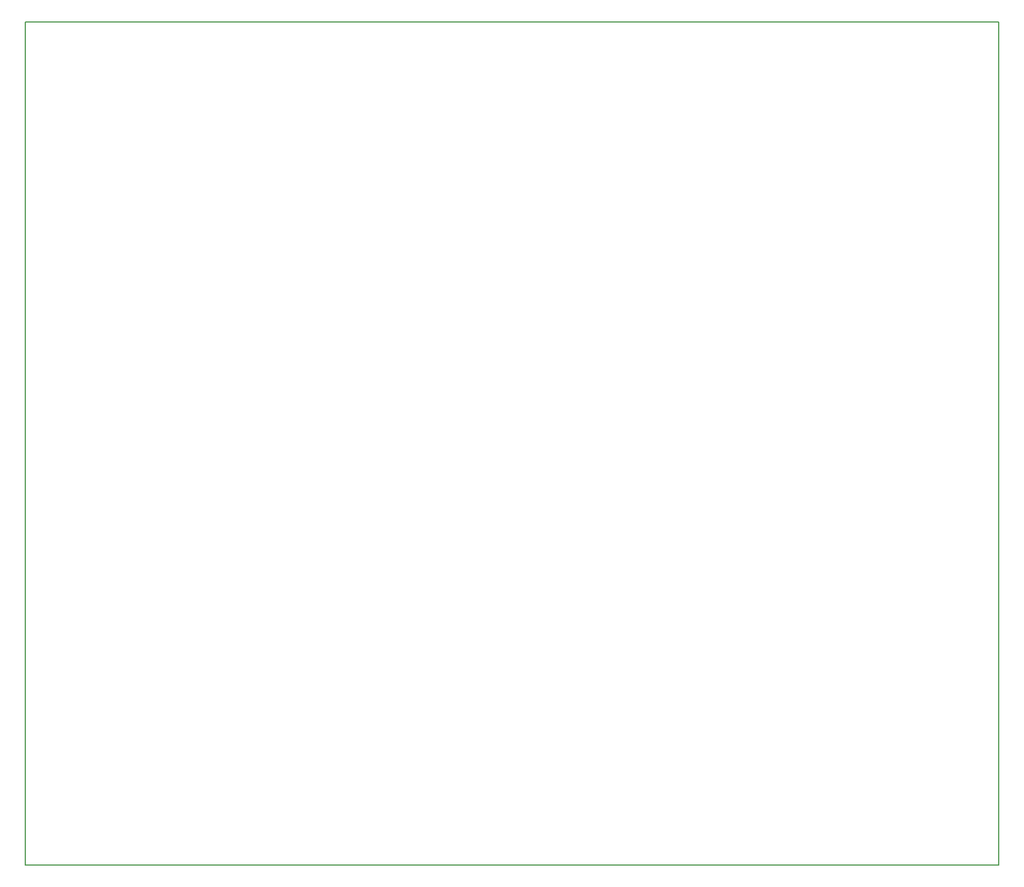
<source format=gm1>
G04 #@! TF.GenerationSoftware,KiCad,Pcbnew,8.0.5*
G04 #@! TF.CreationDate,2024-11-21T04:32:58-05:00*
G04 #@! TF.ProjectId,PCB_Order3,5043425f-4f72-4646-9572-332e6b696361,rev?*
G04 #@! TF.SameCoordinates,Original*
G04 #@! TF.FileFunction,Profile,NP*
%FSLAX46Y46*%
G04 Gerber Fmt 4.6, Leading zero omitted, Abs format (unit mm)*
G04 Created by KiCad (PCBNEW 8.0.5) date 2024-11-21 04:32:58*
%MOMM*%
%LPD*%
G01*
G04 APERTURE LIST*
G04 #@! TA.AperFunction,Profile*
%ADD10C,0.200000*%
G04 #@! TD*
G04 APERTURE END LIST*
D10*
X27800000Y-45150000D02*
X177800000Y-45150000D01*
X177800000Y-175150000D01*
X27800000Y-175150000D01*
X27800000Y-45150000D01*
M02*

</source>
